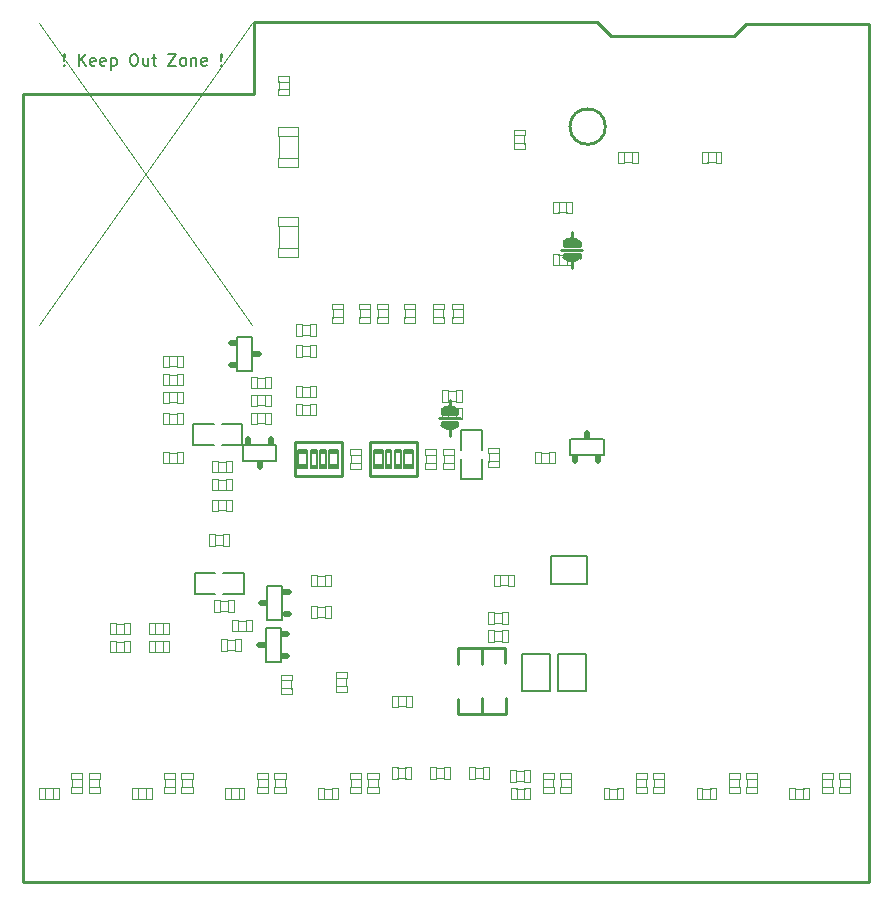
<source format=gbr>
%TF.GenerationSoftware,KiCad,Pcbnew,(6.0.8)*%
%TF.CreationDate,2023-03-02T15:21:57+03:00*%
%TF.ProjectId,ESP32-DEVKIT-L,45535033-322d-4444-9556-4b49542d4c2e,1*%
%TF.SameCoordinates,PX4260300PY8558f68*%
%TF.FileFunction,OtherDrawing,Comment*%
%FSLAX46Y46*%
G04 Gerber Fmt 4.6, Leading zero omitted, Abs format (unit mm)*
G04 Created by KiCad (PCBNEW (6.0.8)) date 2023-03-02 15:21:57*
%MOMM*%
%LPD*%
G01*
G04 APERTURE LIST*
%TA.AperFunction,Profile*%
%ADD10C,0.254000*%
%TD*%
%ADD11C,0.150000*%
%ADD12C,0.066040*%
%ADD13C,0.101600*%
%ADD14C,0.127000*%
%ADD15C,0.254000*%
%ADD16C,0.120000*%
%ADD17C,0.480000*%
G04 APERTURE END LIST*
D10*
X48650000Y72773492D02*
X49770000Y71659000D01*
X48650000Y72773492D02*
X19554000Y72769000D01*
X-4000Y66673000D02*
X0Y0D01*
X61200000Y72675000D02*
X71675000Y72675000D01*
X19554000Y66673000D02*
X19554000Y72769000D01*
X60184000Y71659000D02*
X61200000Y72675000D01*
X49770000Y71659000D02*
X60184000Y71659000D01*
X71675000Y72675000D02*
X71675000Y0D01*
X-4000Y66673000D02*
X19554000Y66673000D01*
X0Y0D02*
X71675000Y0D01*
D11*
X3507142Y69194858D02*
X3554761Y69147239D01*
X3507142Y69099620D01*
X3459523Y69147239D01*
X3507142Y69194858D01*
X3507142Y69099620D01*
X3507142Y69480572D02*
X3459523Y70052000D01*
X3507142Y70099620D01*
X3554761Y70052000D01*
X3507142Y69480572D01*
X3507142Y70099620D01*
X4745238Y69099620D02*
X4745238Y70099620D01*
X5316666Y69099620D02*
X4888095Y69671048D01*
X5316666Y70099620D02*
X4745238Y69528191D01*
X6126190Y69147239D02*
X6030952Y69099620D01*
X5840476Y69099620D01*
X5745238Y69147239D01*
X5697619Y69242477D01*
X5697619Y69623429D01*
X5745238Y69718667D01*
X5840476Y69766286D01*
X6030952Y69766286D01*
X6126190Y69718667D01*
X6173809Y69623429D01*
X6173809Y69528191D01*
X5697619Y69432953D01*
X6983333Y69147239D02*
X6888095Y69099620D01*
X6697619Y69099620D01*
X6602380Y69147239D01*
X6554761Y69242477D01*
X6554761Y69623429D01*
X6602380Y69718667D01*
X6697619Y69766286D01*
X6888095Y69766286D01*
X6983333Y69718667D01*
X7030952Y69623429D01*
X7030952Y69528191D01*
X6554761Y69432953D01*
X7459523Y69766286D02*
X7459523Y68766286D01*
X7459523Y69718667D02*
X7554761Y69766286D01*
X7745238Y69766286D01*
X7840476Y69718667D01*
X7888095Y69671048D01*
X7935714Y69575810D01*
X7935714Y69290096D01*
X7888095Y69194858D01*
X7840476Y69147239D01*
X7745238Y69099620D01*
X7554761Y69099620D01*
X7459523Y69147239D01*
X9316666Y70099620D02*
X9507142Y70099620D01*
X9602380Y70052000D01*
X9697619Y69956762D01*
X9745238Y69766286D01*
X9745238Y69432953D01*
X9697619Y69242477D01*
X9602380Y69147239D01*
X9507142Y69099620D01*
X9316666Y69099620D01*
X9221428Y69147239D01*
X9126190Y69242477D01*
X9078571Y69432953D01*
X9078571Y69766286D01*
X9126190Y69956762D01*
X9221428Y70052000D01*
X9316666Y70099620D01*
X10602380Y69766286D02*
X10602380Y69099620D01*
X10173809Y69766286D02*
X10173809Y69242477D01*
X10221428Y69147239D01*
X10316666Y69099620D01*
X10459523Y69099620D01*
X10554761Y69147239D01*
X10602380Y69194858D01*
X10935714Y69766286D02*
X11316666Y69766286D01*
X11078571Y70099620D02*
X11078571Y69242477D01*
X11126190Y69147239D01*
X11221428Y69099620D01*
X11316666Y69099620D01*
X12316666Y70099620D02*
X12983333Y70099620D01*
X12316666Y69099620D01*
X12983333Y69099620D01*
X13507142Y69099620D02*
X13411904Y69147239D01*
X13364285Y69194858D01*
X13316666Y69290096D01*
X13316666Y69575810D01*
X13364285Y69671048D01*
X13411904Y69718667D01*
X13507142Y69766286D01*
X13650000Y69766286D01*
X13745238Y69718667D01*
X13792857Y69671048D01*
X13840476Y69575810D01*
X13840476Y69290096D01*
X13792857Y69194858D01*
X13745238Y69147239D01*
X13650000Y69099620D01*
X13507142Y69099620D01*
X14269047Y69766286D02*
X14269047Y69099620D01*
X14269047Y69671048D02*
X14316666Y69718667D01*
X14411904Y69766286D01*
X14554761Y69766286D01*
X14650000Y69718667D01*
X14697619Y69623429D01*
X14697619Y69099620D01*
X15554761Y69147239D02*
X15459523Y69099620D01*
X15269047Y69099620D01*
X15173809Y69147239D01*
X15126190Y69242477D01*
X15126190Y69623429D01*
X15173809Y69718667D01*
X15269047Y69766286D01*
X15459523Y69766286D01*
X15554761Y69718667D01*
X15602380Y69623429D01*
X15602380Y69528191D01*
X15126190Y69432953D01*
X16792857Y69194858D02*
X16840476Y69147239D01*
X16792857Y69099620D01*
X16745238Y69147239D01*
X16792857Y69194858D01*
X16792857Y69099620D01*
X16792857Y69480572D02*
X16745238Y70052000D01*
X16792857Y70099620D01*
X16840476Y70052000D01*
X16792857Y69480572D01*
X16792857Y70099620D01*
D12*
X36533900Y35474180D02*
X35583940Y35474180D01*
X35583940Y36142200D02*
X35583940Y36640040D01*
X35583940Y34973800D02*
X35583940Y35474180D01*
X36533900Y36142200D02*
X35583940Y36142200D01*
D13*
X35632200Y35456400D02*
X35632200Y36167600D01*
X36480560Y35456400D02*
X36480560Y36167600D01*
D12*
X36533900Y36142200D02*
X36533900Y36640040D01*
X36533900Y36640040D02*
X35583940Y36640040D01*
X36533900Y34973800D02*
X35583940Y34973800D01*
X36533900Y34973800D02*
X36533900Y35474180D01*
X35009900Y35474180D02*
X34059940Y35474180D01*
D13*
X34108200Y35456400D02*
X34108200Y36167600D01*
D12*
X35009900Y36640040D02*
X34059940Y36640040D01*
X35009900Y36142200D02*
X35009900Y36640040D01*
X35009900Y34973800D02*
X34059940Y34973800D01*
X35009900Y34973800D02*
X35009900Y35474180D01*
X34059940Y34973800D02*
X34059940Y35474180D01*
X35009900Y36142200D02*
X34059940Y36142200D01*
X34059940Y36142200D02*
X34059940Y36640040D01*
D13*
X34956560Y35456400D02*
X34956560Y36167600D01*
D12*
X36356100Y48969200D02*
X36356100Y48468820D01*
X36356100Y48969200D02*
X37306060Y48969200D01*
X36356100Y47800800D02*
X37306060Y47800800D01*
D13*
X36409440Y48486600D02*
X36409440Y47775400D01*
X37257800Y48486600D02*
X37257800Y47775400D01*
D12*
X36356100Y47800800D02*
X36356100Y47302960D01*
X37306060Y48969200D02*
X37306060Y48468820D01*
X36356100Y48468820D02*
X37306060Y48468820D01*
X37306060Y47800800D02*
X37306060Y47302960D01*
X36356100Y47302960D02*
X37306060Y47302960D01*
X39404100Y35608800D02*
X39404100Y35110960D01*
X40354060Y35608800D02*
X40354060Y35110960D01*
D13*
X39457440Y36294600D02*
X39457440Y35583400D01*
D12*
X39404100Y36276820D02*
X40354060Y36276820D01*
X40354060Y36777200D02*
X40354060Y36276820D01*
X39404100Y35608800D02*
X40354060Y35608800D01*
X39404100Y36777200D02*
X40354060Y36777200D01*
X39404100Y36777200D02*
X39404100Y36276820D01*
X39404100Y35110960D02*
X40354060Y35110960D01*
D13*
X40305800Y36294600D02*
X40305800Y35583400D01*
D12*
X27720100Y35481800D02*
X28670060Y35481800D01*
X27720100Y36650200D02*
X28670060Y36650200D01*
X27720100Y36650200D02*
X27720100Y36149820D01*
D13*
X28621800Y36167600D02*
X28621800Y35456400D01*
D12*
X28670060Y35481800D02*
X28670060Y34983960D01*
X27720100Y36149820D02*
X28670060Y36149820D01*
X28670060Y36650200D02*
X28670060Y36149820D01*
X27720100Y34983960D02*
X28670060Y34983960D01*
D13*
X27773440Y36167600D02*
X27773440Y35456400D01*
D12*
X27720100Y35481800D02*
X27720100Y34983960D01*
X34705100Y47800800D02*
X34705100Y47302960D01*
X34705100Y47302960D02*
X35655060Y47302960D01*
X34705100Y48969200D02*
X34705100Y48468820D01*
X35655060Y48969200D02*
X35655060Y48468820D01*
D13*
X35606800Y48486600D02*
X35606800Y47775400D01*
X34758440Y48486600D02*
X34758440Y47775400D01*
D12*
X35655060Y47800800D02*
X35655060Y47302960D01*
X34705100Y48969200D02*
X35655060Y48969200D01*
X34705100Y47800800D02*
X35655060Y47800800D01*
X34705100Y48468820D02*
X35655060Y48468820D01*
D13*
X24354600Y45372560D02*
X23643400Y45372560D01*
D12*
X24336820Y45425900D02*
X24336820Y44475940D01*
X24837200Y45425900D02*
X24837200Y44475940D01*
X24837200Y45425900D02*
X24336820Y45425900D01*
X23668800Y45425900D02*
X23668800Y44475940D01*
D13*
X24354600Y44524200D02*
X23643400Y44524200D01*
D12*
X23170960Y45425900D02*
X23170960Y44475940D01*
X23668800Y45425900D02*
X23170960Y45425900D01*
X23668800Y44475940D02*
X23170960Y44475940D01*
X24837200Y44475940D02*
X24336820Y44475940D01*
X23668800Y39522940D02*
X23170960Y39522940D01*
X24837200Y39522940D02*
X24336820Y39522940D01*
X23668800Y40472900D02*
X23668800Y39522940D01*
X24837200Y40472900D02*
X24336820Y40472900D01*
X24837200Y40472900D02*
X24837200Y39522940D01*
D13*
X24354600Y39571200D02*
X23643400Y39571200D01*
D12*
X23668800Y40472900D02*
X23170960Y40472900D01*
X23170960Y40472900D02*
X23170960Y39522940D01*
X24336820Y40472900D02*
X24336820Y39522940D01*
D13*
X24354600Y40419560D02*
X23643400Y40419560D01*
X24354600Y41095200D02*
X23643400Y41095200D01*
D12*
X23668800Y41046940D02*
X23170960Y41046940D01*
X24837200Y41996900D02*
X24336820Y41996900D01*
X23668800Y41996900D02*
X23668800Y41046940D01*
D13*
X24354600Y41943560D02*
X23643400Y41943560D01*
D12*
X24837200Y41046940D02*
X24336820Y41046940D01*
X23668800Y41996900D02*
X23170960Y41996900D01*
X23170960Y41996900D02*
X23170960Y41046940D01*
X24837200Y41996900D02*
X24837200Y41046940D01*
X24336820Y41996900D02*
X24336820Y41046940D01*
D13*
X36673600Y40714200D02*
X35962400Y40714200D01*
D12*
X37156200Y41615900D02*
X37156200Y40665940D01*
X35489960Y41615900D02*
X35489960Y40665940D01*
X37156200Y41615900D02*
X36655820Y41615900D01*
X37156200Y40665940D02*
X36655820Y40665940D01*
D13*
X36673600Y41562560D02*
X35962400Y41562560D01*
D12*
X35987800Y41615900D02*
X35489960Y41615900D01*
X35987800Y40665940D02*
X35489960Y40665940D01*
X36655820Y41615900D02*
X36655820Y40665940D01*
X35987800Y41615900D02*
X35987800Y40665940D01*
D14*
X37080000Y38275800D02*
X37080000Y36548600D01*
X38858000Y34110200D02*
X38858000Y35837400D01*
X37080000Y38275800D02*
X38858000Y38275800D01*
X38858000Y36548600D02*
X38858000Y38275800D01*
X37080000Y34110200D02*
X38858000Y34110200D01*
X37080000Y35837400D02*
X37080000Y34110200D01*
X16988600Y24382000D02*
X18715800Y24382000D01*
X14550200Y24382000D02*
X14550200Y26160000D01*
X18715800Y26160000D02*
X16988600Y26160000D01*
X18715800Y24382000D02*
X18715800Y26160000D01*
X14550200Y24382000D02*
X16277400Y24382000D01*
X16277400Y26160000D02*
X14550200Y26160000D01*
D13*
X12340400Y44498800D02*
X13051600Y44498800D01*
D12*
X12358180Y43597100D02*
X12358180Y44547060D01*
X13026200Y43597100D02*
X13524040Y43597100D01*
X13026200Y44547060D02*
X13524040Y44547060D01*
X13524040Y43597100D02*
X13524040Y44547060D01*
X13026200Y43597100D02*
X13026200Y44547060D01*
X11857800Y43597100D02*
X12358180Y43597100D01*
D13*
X12340400Y43650440D02*
X13051600Y43650440D01*
D12*
X11857800Y44547060D02*
X12358180Y44547060D01*
X11857800Y43597100D02*
X11857800Y44547060D01*
D13*
X21662200Y67079400D02*
X21662200Y67790600D01*
X22510560Y67079400D02*
X22510560Y67790600D01*
D12*
X21613940Y66596800D02*
X21613940Y67097180D01*
X22563900Y68263040D02*
X21613940Y68263040D01*
X21613940Y67765200D02*
X21613940Y68263040D01*
X22563900Y67097180D02*
X21613940Y67097180D01*
X22563900Y66596800D02*
X21613940Y66596800D01*
X22563900Y66596800D02*
X22563900Y67097180D01*
X22563900Y67765200D02*
X22563900Y68263040D01*
X22563900Y67765200D02*
X21613940Y67765200D01*
X41563100Y63701200D02*
X42513060Y63701200D01*
X41563100Y63701200D02*
X41563100Y63200820D01*
X41563100Y62532800D02*
X42513060Y62532800D01*
X41563100Y62532800D02*
X41563100Y62034960D01*
X41563100Y62034960D02*
X42513060Y62034960D01*
D13*
X42464800Y63218600D02*
X42464800Y62507400D01*
D12*
X42513060Y63701200D02*
X42513060Y63200820D01*
D13*
X41616440Y63218600D02*
X41616440Y62507400D01*
D12*
X41563100Y63200820D02*
X42513060Y63200820D01*
X42513060Y62532800D02*
X42513060Y62034960D01*
X28482100Y47302960D02*
X29432060Y47302960D01*
X28482100Y47800800D02*
X28482100Y47302960D01*
X29432060Y47800800D02*
X29432060Y47302960D01*
X28482100Y47800800D02*
X29432060Y47800800D01*
D13*
X28535440Y48486600D02*
X28535440Y47775400D01*
D12*
X28482100Y48468820D02*
X29432060Y48468820D01*
X28482100Y48969200D02*
X29432060Y48969200D01*
D13*
X29383800Y48486600D02*
X29383800Y47775400D01*
D12*
X29432060Y48969200D02*
X29432060Y48468820D01*
X28482100Y48969200D02*
X28482100Y48468820D01*
X27146060Y47800800D02*
X27146060Y47302960D01*
X26196100Y48468820D02*
X27146060Y48468820D01*
D13*
X26249440Y48486600D02*
X26249440Y47775400D01*
D12*
X26196100Y48969200D02*
X27146060Y48969200D01*
X26196100Y47800800D02*
X26196100Y47302960D01*
X26196100Y47302960D02*
X27146060Y47302960D01*
D13*
X27097800Y48486600D02*
X27097800Y47775400D01*
D12*
X26196100Y47800800D02*
X27146060Y47800800D01*
X26196100Y48969200D02*
X26196100Y48468820D01*
X27146060Y48969200D02*
X27146060Y48468820D01*
X32292100Y48969200D02*
X32292100Y48468820D01*
X33242060Y47800800D02*
X33242060Y47302960D01*
D13*
X33193800Y48486600D02*
X33193800Y47775400D01*
D12*
X32292100Y47800800D02*
X32292100Y47302960D01*
X33242060Y48969200D02*
X33242060Y48468820D01*
D13*
X32345440Y48486600D02*
X32345440Y47775400D01*
D12*
X32292100Y47800800D02*
X33242060Y47800800D01*
X32292100Y48969200D02*
X33242060Y48969200D01*
X32292100Y48468820D02*
X33242060Y48468820D01*
X32292100Y47302960D02*
X33242060Y47302960D01*
X30006100Y47800800D02*
X30956060Y47800800D01*
D13*
X30907800Y48486600D02*
X30907800Y47775400D01*
X30059440Y48486600D02*
X30059440Y47775400D01*
D12*
X30006100Y47302960D02*
X30956060Y47302960D01*
X30006100Y48969200D02*
X30956060Y48969200D01*
X30006100Y47800800D02*
X30006100Y47302960D01*
X30006100Y48969200D02*
X30006100Y48468820D01*
X30956060Y47800800D02*
X30956060Y47302960D01*
X30956060Y48969200D02*
X30956060Y48468820D01*
X30006100Y48468820D02*
X30956060Y48468820D01*
X31288800Y14831600D02*
X31789180Y14831600D01*
D13*
X31771400Y15733300D02*
X32482600Y15733300D01*
X31771400Y14884940D02*
X32482600Y14884940D01*
D12*
X31789180Y14831600D02*
X31789180Y15781560D01*
X32457200Y14831600D02*
X32457200Y15781560D01*
X32955040Y14831600D02*
X32955040Y15781560D01*
X31288800Y15781560D02*
X31789180Y15781560D01*
X32457200Y15781560D02*
X32955040Y15781560D01*
X31288800Y14831600D02*
X31288800Y15781560D01*
X32457200Y14831600D02*
X32955040Y14831600D01*
D13*
X35962400Y40056800D02*
X36673600Y40056800D01*
D12*
X36648200Y40105060D02*
X37146040Y40105060D01*
X35980180Y39155100D02*
X35980180Y40105060D01*
X35479800Y39155100D02*
X35980180Y39155100D01*
D13*
X35962400Y39208440D02*
X36673600Y39208440D01*
D12*
X35479800Y39155100D02*
X35479800Y40105060D01*
X37146040Y39155100D02*
X37146040Y40105060D01*
X35479800Y40105060D02*
X35980180Y40105060D01*
X36648200Y39155100D02*
X37146040Y39155100D01*
X36648200Y39155100D02*
X36648200Y40105060D01*
X23668800Y46253940D02*
X23170960Y46253940D01*
X23668800Y47203900D02*
X23170960Y47203900D01*
X24837200Y47203900D02*
X24837200Y46253940D01*
X23170960Y47203900D02*
X23170960Y46253940D01*
D13*
X24354600Y46302200D02*
X23643400Y46302200D01*
D12*
X24837200Y47203900D02*
X24336820Y47203900D01*
D13*
X24354600Y47150560D02*
X23643400Y47150560D01*
D12*
X24837200Y46253940D02*
X24336820Y46253940D01*
X23668800Y47203900D02*
X23668800Y46253940D01*
X24336820Y47203900D02*
X24336820Y46253940D01*
X40585200Y21306060D02*
X41083040Y21306060D01*
D13*
X39899400Y21257800D02*
X40610600Y21257800D01*
D12*
X41083040Y20356100D02*
X41083040Y21306060D01*
X40585200Y20356100D02*
X41083040Y20356100D01*
X39416800Y20356100D02*
X39917180Y20356100D01*
X39416800Y21306060D02*
X39917180Y21306060D01*
D13*
X39899400Y20409440D02*
X40610600Y20409440D01*
D12*
X39917180Y20356100D02*
X39917180Y21306060D01*
X40585200Y20356100D02*
X40585200Y21306060D01*
X39416800Y20356100D02*
X39416800Y21306060D01*
X26107200Y23327900D02*
X26107200Y22377940D01*
X24440960Y23327900D02*
X24440960Y22377940D01*
X24938800Y23327900D02*
X24440960Y23327900D01*
X24938800Y23327900D02*
X24938800Y22377940D01*
D13*
X25624600Y23274560D02*
X24913400Y23274560D01*
D12*
X26107200Y22377940D02*
X25606820Y22377940D01*
D13*
X25624600Y22426200D02*
X24913400Y22426200D01*
D12*
X25606820Y23327900D02*
X25606820Y22377940D01*
X24938800Y22377940D02*
X24440960Y22377940D01*
X26107200Y23327900D02*
X25606820Y23327900D01*
D11*
X23399560Y35156680D02*
X24006620Y35159220D01*
D15*
X23008400Y37285200D02*
X23008400Y34338800D01*
D11*
X25637300Y36594320D02*
X25637300Y35044920D01*
X24075200Y36434300D02*
X23376700Y36434300D01*
X25200420Y36457160D02*
X25566180Y36457160D01*
X23371620Y36330160D02*
X23986300Y36325080D01*
D15*
X23008400Y34338800D02*
X26958100Y34338800D01*
D11*
X26008140Y36452080D02*
X26589800Y36452080D01*
X26678700Y35055080D02*
X25916700Y35050000D01*
X25637300Y35044920D02*
X25169940Y35044920D01*
X24413020Y36444460D02*
X24801640Y36441920D01*
X25169940Y36591780D02*
X25639840Y36591780D01*
X25967500Y35278600D02*
X26622820Y35278600D01*
X26653300Y35164300D02*
X26023380Y35156680D01*
X24893080Y36589240D02*
X24890540Y35029680D01*
X23330980Y36574000D02*
X23330980Y35022060D01*
X25921780Y36589240D02*
X26683780Y36589240D01*
X24890540Y35029680D02*
X24392700Y35029680D01*
X25190260Y35151600D02*
X25568720Y35149060D01*
X24085360Y36574000D02*
X24085360Y35022060D01*
X23336060Y36568920D02*
X24082820Y36568920D01*
D15*
X27021600Y37285200D02*
X27021600Y34351500D01*
X23008400Y37285200D02*
X27021600Y37285200D01*
D11*
X26671080Y36589240D02*
X26678700Y35070320D01*
X24392700Y35029680D02*
X24392700Y36589240D01*
X25972580Y36309840D02*
X26615200Y36309840D01*
X24433340Y36330160D02*
X24829580Y36330160D01*
X24387620Y36584160D02*
X24893080Y36584160D01*
X25169940Y35044920D02*
X25169940Y36589240D01*
X24085360Y35022060D02*
X23376700Y35022060D01*
X25180100Y35260820D02*
X25599200Y35260820D01*
X25916700Y35050000D02*
X25911620Y36579080D01*
X24425720Y35250660D02*
X24834660Y35250660D01*
X24034560Y35304000D02*
X23397020Y35304000D01*
X24433340Y35166840D02*
X24776240Y35166840D01*
X25177560Y36314920D02*
X25609360Y36314920D01*
X31179580Y35166840D02*
X30813820Y35166840D01*
X31946660Y36457160D02*
X31603760Y36457160D01*
X31489460Y36594320D02*
X31987300Y36594320D01*
X31189740Y36472400D02*
X30811280Y36474940D01*
X30371860Y35171920D02*
X29790200Y35171920D01*
D15*
X33371600Y34338800D02*
X29358400Y34338800D01*
D11*
X32345440Y36320000D02*
X32982980Y36320000D01*
X30742700Y36579080D02*
X31210060Y36579080D01*
X29701300Y36568920D02*
X30463300Y36574000D01*
X31210060Y35032220D02*
X30740160Y35032220D01*
X33043940Y35055080D02*
X32297180Y35055080D01*
X31992380Y35039840D02*
X31486920Y35039840D01*
X31946660Y35293840D02*
X31550420Y35293840D01*
D15*
X33371600Y37285200D02*
X29421900Y37285200D01*
D11*
X31966980Y35179540D02*
X31578360Y35182080D01*
X31954280Y36373340D02*
X31545340Y36373340D01*
X31210060Y36579080D02*
X31210060Y35034760D01*
X31199900Y36363180D02*
X30780800Y36363180D01*
X30463300Y36574000D02*
X30468380Y35044920D01*
X29708920Y35034760D02*
X29701300Y36553680D01*
D15*
X29358400Y34338800D02*
X29358400Y37272500D01*
D11*
X29726700Y36459700D02*
X30356620Y36467320D01*
X32304800Y35189700D02*
X33003300Y35189700D01*
X31987300Y36594320D02*
X31987300Y35034760D01*
X31486920Y35034760D02*
X31489460Y36594320D01*
X31202440Y35309080D02*
X30770640Y35309080D01*
X32294640Y35050000D02*
X32294640Y36601940D01*
X33008380Y35293840D02*
X32393700Y35298920D01*
D15*
X33371600Y34338800D02*
X33371600Y37285200D01*
D11*
X33049020Y35050000D02*
X33049020Y36601940D01*
X30458220Y35034760D02*
X29696220Y35034760D01*
X30407420Y35314160D02*
X29764800Y35314160D01*
X30412500Y36345400D02*
X29757180Y36345400D01*
X30742700Y35029680D02*
X30742700Y36579080D01*
X32294640Y36601940D02*
X33003300Y36601940D01*
X32980440Y36467320D02*
X32373380Y36464780D01*
D16*
X1410000Y72692000D02*
X19410000Y47192000D01*
X19410000Y72692000D02*
X1410000Y47192000D01*
D13*
X16988600Y28522200D02*
X16277400Y28522200D01*
D12*
X16970820Y29423900D02*
X16970820Y28473940D01*
X16302800Y29423900D02*
X15804960Y29423900D01*
X17471200Y29423900D02*
X16970820Y29423900D01*
X17471200Y29423900D02*
X17471200Y28473940D01*
X15804960Y29423900D02*
X15804960Y28473940D01*
X16302800Y29423900D02*
X16302800Y28473940D01*
X16302800Y28473940D02*
X15804960Y28473940D01*
X17471200Y28473940D02*
X16970820Y28473940D01*
D13*
X16988600Y29370560D02*
X16277400Y29370560D01*
D12*
X21626640Y53658040D02*
X21626640Y52906200D01*
D13*
X23259860Y55570660D02*
X23259860Y53645340D01*
D12*
X21626640Y53658040D02*
X23325900Y53658040D01*
X23325900Y53658040D02*
X23325900Y52906200D01*
D13*
X21690140Y55570660D02*
X21690140Y53645340D01*
D12*
X21624100Y55557960D02*
X23323360Y55557960D01*
X21624100Y56309800D02*
X23323360Y56309800D01*
X21624100Y56309800D02*
X21624100Y55557960D01*
X23323360Y56309800D02*
X23323360Y55557960D01*
X21626640Y52906200D02*
X23325900Y52906200D01*
X23323360Y63177960D02*
X21624100Y63177960D01*
X23325900Y60526200D02*
X23325900Y61278040D01*
D13*
X23259860Y61265340D02*
X23259860Y63190660D01*
D12*
X23323360Y63929800D02*
X21624100Y63929800D01*
X23325900Y60526200D02*
X21626640Y60526200D01*
D13*
X21690140Y61265340D02*
X21690140Y63190660D01*
D12*
X23325900Y61278040D02*
X21626640Y61278040D01*
X23323360Y63177960D02*
X23323360Y63929800D01*
X21624100Y63177960D02*
X21624100Y63929800D01*
X21626640Y60526200D02*
X21626640Y61278040D01*
X46537700Y52196940D02*
X46037320Y52196940D01*
X44871460Y53146900D02*
X44871460Y52196940D01*
X46537700Y53146900D02*
X46037320Y53146900D01*
X46037320Y53146900D02*
X46037320Y52196940D01*
X45369300Y53146900D02*
X44871460Y53146900D01*
D13*
X46055100Y52245200D02*
X45343900Y52245200D01*
D12*
X45369300Y52196940D02*
X44871460Y52196940D01*
X45369300Y53146900D02*
X45369300Y52196940D01*
D13*
X46055100Y53093560D02*
X45343900Y53093560D01*
D12*
X46537700Y53146900D02*
X46537700Y52196940D01*
X25606820Y25994900D02*
X25606820Y25044940D01*
D13*
X25624600Y25093200D02*
X24913400Y25093200D01*
X25624600Y25941560D02*
X24913400Y25941560D01*
D12*
X26107200Y25044940D02*
X25606820Y25044940D01*
X26107200Y25994900D02*
X25606820Y25994900D01*
X26107200Y25994900D02*
X26107200Y25044940D01*
X24938800Y25994900D02*
X24440960Y25994900D01*
X24938800Y25044940D02*
X24440960Y25044940D01*
X24938800Y25994900D02*
X24938800Y25044940D01*
X24440960Y25994900D02*
X24440960Y25044940D01*
X41093200Y25055100D02*
X41093200Y26005060D01*
X41093200Y26005060D02*
X41591040Y26005060D01*
X39924800Y26005060D02*
X40425180Y26005060D01*
D13*
X40407400Y25108440D02*
X41118600Y25108440D01*
D12*
X40425180Y25055100D02*
X40425180Y26005060D01*
X41591040Y25055100D02*
X41591040Y26005060D01*
X39924800Y25055100D02*
X39924800Y26005060D01*
X39924800Y25055100D02*
X40425180Y25055100D01*
X41093200Y25055100D02*
X41591040Y25055100D01*
D13*
X40407400Y25956800D02*
X41118600Y25956800D01*
D12*
X26480100Y17788200D02*
X27430060Y17788200D01*
X26480100Y17788200D02*
X26480100Y17287820D01*
X27430060Y16619800D02*
X27430060Y16121960D01*
X27430060Y17788200D02*
X27430060Y17287820D01*
X26480100Y17287820D02*
X27430060Y17287820D01*
D13*
X26533440Y17305600D02*
X26533440Y16594400D01*
D12*
X26480100Y16619800D02*
X26480100Y16121960D01*
X26480100Y16121960D02*
X27430060Y16121960D01*
D13*
X27381800Y17305600D02*
X27381800Y16594400D01*
D12*
X26480100Y16619800D02*
X27430060Y16619800D01*
X39917180Y21880100D02*
X39917180Y22830060D01*
X40585200Y21880100D02*
X41083040Y21880100D01*
X39416800Y21880100D02*
X39416800Y22830060D01*
X40585200Y22830060D02*
X41083040Y22830060D01*
X39416800Y21880100D02*
X39917180Y21880100D01*
D13*
X39899400Y21933440D02*
X40610600Y21933440D01*
X39899400Y22781800D02*
X40610600Y22781800D01*
D12*
X41083040Y21880100D02*
X41083040Y22830060D01*
X40585200Y21880100D02*
X40585200Y22830060D01*
X39416800Y22830060D02*
X39917180Y22830060D01*
D17*
X46790420Y35629120D02*
X46790420Y35999960D01*
D11*
X49157700Y36175220D02*
X46338300Y36175220D01*
D17*
X47745460Y37638260D02*
X47745460Y38009100D01*
D11*
X47742920Y37478240D02*
X49165320Y37478240D01*
X49172940Y37483320D02*
X49172940Y36185380D01*
X47740380Y37478240D02*
X46391640Y37480780D01*
D17*
X48703040Y35636740D02*
X48703040Y36007580D01*
D11*
X46333220Y36175220D02*
X46333220Y37478240D01*
X21984780Y22205220D02*
X20681760Y22205220D01*
D17*
X20521740Y23617460D02*
X20150900Y23617460D01*
D11*
X20681760Y23612380D02*
X20679220Y22263640D01*
X20676680Y25044940D02*
X21974620Y25044940D01*
D17*
X22530880Y22662420D02*
X22160040Y22662420D01*
D11*
X20681760Y23614920D02*
X20681760Y25037320D01*
X21984780Y25029700D02*
X21984780Y22210300D01*
D17*
X22523260Y24575040D02*
X22152420Y24575040D01*
D13*
X44547600Y36355560D02*
X43836400Y36355560D01*
D12*
X43861800Y36408900D02*
X43363960Y36408900D01*
X45030200Y36408900D02*
X44529820Y36408900D01*
X44529820Y36408900D02*
X44529820Y35458940D01*
X43861800Y35458940D02*
X43363960Y35458940D01*
X43363960Y36408900D02*
X43363960Y35458940D01*
X45030200Y35458940D02*
X44529820Y35458940D01*
X43861800Y36408900D02*
X43861800Y35458940D01*
X45030200Y36408900D02*
X45030200Y35458940D01*
D13*
X44547600Y35507200D02*
X43836400Y35507200D01*
X21878200Y16376040D02*
X21878200Y17087240D01*
D12*
X21829940Y17061840D02*
X21829940Y17559680D01*
X22779900Y17061840D02*
X22779900Y17559680D01*
X22779900Y15893440D02*
X21829940Y15893440D01*
D13*
X22726560Y16376040D02*
X22726560Y17087240D01*
D12*
X22779900Y17061840D02*
X21829940Y17061840D01*
X22779900Y15893440D02*
X22779900Y16393820D01*
X21829940Y15893440D02*
X21829940Y16393820D01*
X22779900Y17559680D02*
X21829940Y17559680D01*
X22779900Y16393820D02*
X21829940Y16393820D01*
X13534200Y43012900D02*
X13033820Y43012900D01*
X12365800Y43012900D02*
X12365800Y42062940D01*
X13033820Y43012900D02*
X13033820Y42062940D01*
X11867960Y43012900D02*
X11867960Y42062940D01*
D13*
X13051600Y42111200D02*
X12340400Y42111200D01*
D12*
X13534200Y43012900D02*
X13534200Y42062940D01*
X12365800Y43012900D02*
X11867960Y43012900D01*
X13534200Y42062940D02*
X13033820Y42062940D01*
D13*
X13051600Y42959560D02*
X12340400Y42959560D01*
D12*
X12365800Y42062940D02*
X11867960Y42062940D01*
X11857800Y40549100D02*
X12358180Y40549100D01*
X12358180Y40549100D02*
X12358180Y41499060D01*
X11857800Y41499060D02*
X12358180Y41499060D01*
X11857800Y40549100D02*
X11857800Y41499060D01*
X13524040Y40549100D02*
X13524040Y41499060D01*
D13*
X12340400Y41450800D02*
X13051600Y41450800D01*
D12*
X13026200Y40549100D02*
X13026200Y41499060D01*
D13*
X12340400Y40602440D02*
X13051600Y40602440D01*
D12*
X13026200Y40549100D02*
X13524040Y40549100D01*
X13026200Y41499060D02*
X13524040Y41499060D01*
D13*
X45343900Y57553800D02*
X46055100Y57553800D01*
X45343900Y56705440D02*
X46055100Y56705440D01*
D12*
X45361680Y56652100D02*
X45361680Y57602060D01*
X46029700Y56652100D02*
X46029700Y57602060D01*
X44861300Y56652100D02*
X44861300Y57602060D01*
X46029700Y56652100D02*
X46527540Y56652100D01*
X44861300Y57602060D02*
X45361680Y57602060D01*
X46527540Y56652100D02*
X46527540Y57602060D01*
X46029700Y57602060D02*
X46527540Y57602060D01*
X44861300Y56652100D02*
X45361680Y56652100D01*
D13*
X11855600Y19508200D02*
X11144400Y19508200D01*
X11855600Y20356560D02*
X11144400Y20356560D01*
D12*
X12338200Y19459940D02*
X11837820Y19459940D01*
X11169800Y20409900D02*
X10671960Y20409900D01*
X11837820Y20409900D02*
X11837820Y19459940D01*
X11169800Y20409900D02*
X11169800Y19459940D01*
X11169800Y19459940D02*
X10671960Y19459940D01*
X12338200Y20409900D02*
X11837820Y20409900D01*
X12338200Y20409900D02*
X12338200Y19459940D01*
X10671960Y20409900D02*
X10671960Y19459940D01*
X17725200Y35646900D02*
X17224820Y35646900D01*
D13*
X17242600Y35593560D02*
X16531400Y35593560D01*
D12*
X16058960Y35646900D02*
X16058960Y34696940D01*
D13*
X17242600Y34745200D02*
X16531400Y34745200D01*
D12*
X17224820Y35646900D02*
X17224820Y34696940D01*
X17725200Y35646900D02*
X17725200Y34696940D01*
X16556800Y34696940D02*
X16058960Y34696940D01*
X16556800Y35646900D02*
X16556800Y34696940D01*
X17725200Y34696940D02*
X17224820Y34696940D01*
X16556800Y35646900D02*
X16058960Y35646900D01*
D11*
X21476780Y36972780D02*
X21476780Y35669760D01*
X20069620Y35669760D02*
X21418360Y35667220D01*
X20067080Y35669760D02*
X18644680Y35669760D01*
D17*
X21019580Y37518880D02*
X21019580Y37148040D01*
D11*
X18652300Y36972780D02*
X21471700Y36972780D01*
X18637060Y35664680D02*
X18637060Y36962620D01*
D17*
X20064540Y35509740D02*
X20064540Y35138900D01*
X19106960Y37511260D02*
X19106960Y37140420D01*
D12*
X20526820Y42758900D02*
X20526820Y41808940D01*
D13*
X20544600Y41857200D02*
X19833400Y41857200D01*
D12*
X21027200Y41808940D02*
X20526820Y41808940D01*
X19858800Y42758900D02*
X19858800Y41808940D01*
X19858800Y42758900D02*
X19360960Y42758900D01*
X19360960Y42758900D02*
X19360960Y41808940D01*
X19858800Y41808940D02*
X19360960Y41808940D01*
D13*
X20544600Y42705560D02*
X19833400Y42705560D01*
D12*
X21027200Y42758900D02*
X21027200Y41808940D01*
X21027200Y42758900D02*
X20526820Y42758900D01*
D14*
X14423200Y36955000D02*
X16150400Y36955000D01*
X18588800Y38733000D02*
X18588800Y36955000D01*
X18588800Y38733000D02*
X16861600Y38733000D01*
X16150400Y38733000D02*
X14423200Y38733000D01*
X14423200Y38733000D02*
X14423200Y36955000D01*
X16861600Y36955000D02*
X18588800Y36955000D01*
D12*
X20519199Y39721060D02*
X21017039Y39721060D01*
X19851179Y38771100D02*
X19851179Y39721060D01*
X20519199Y38771100D02*
X20519199Y39721060D01*
X19350799Y39721060D02*
X19851179Y39721060D01*
X19350799Y38771100D02*
X19350799Y39721060D01*
D13*
X19833399Y38824440D02*
X20544599Y38824440D01*
D12*
X21017039Y38771100D02*
X21017039Y39721060D01*
X20519199Y38771100D02*
X21017039Y38771100D01*
D13*
X19833399Y39672800D02*
X20544599Y39672800D01*
D12*
X19350799Y38771100D02*
X19851179Y38771100D01*
D17*
X17593120Y45659580D02*
X17963960Y45659580D01*
D11*
X18139220Y46116780D02*
X19442240Y46116780D01*
D17*
X19602260Y44704540D02*
X19973100Y44704540D01*
D11*
X19447320Y43277060D02*
X18149380Y43277060D01*
D17*
X17600740Y43746960D02*
X17971580Y43746960D01*
D11*
X19442240Y44709620D02*
X19444780Y46058360D01*
X19442240Y44707080D02*
X19442240Y43284680D01*
X18139220Y43292300D02*
X18139220Y46111700D01*
D12*
X19350799Y40295100D02*
X19350799Y41245060D01*
X20519199Y40295100D02*
X21017039Y40295100D01*
X20519199Y41245060D02*
X21017039Y41245060D01*
X19350799Y40295100D02*
X19851179Y40295100D01*
X19350799Y41245060D02*
X19851179Y41245060D01*
D13*
X19833399Y41196800D02*
X20544599Y41196800D01*
D12*
X19851179Y40295100D02*
X19851179Y41245060D01*
D13*
X19833399Y40348440D02*
X20544599Y40348440D01*
D12*
X20519199Y40295100D02*
X20519199Y41245060D01*
X21017039Y40295100D02*
X21017039Y41245060D01*
X9089200Y21930900D02*
X8588820Y21930900D01*
D13*
X8606600Y21877560D02*
X7895400Y21877560D01*
D12*
X8588820Y21930900D02*
X8588820Y20980940D01*
X7920800Y20980940D02*
X7422960Y20980940D01*
X7422960Y21930900D02*
X7422960Y20980940D01*
X9089200Y20980940D02*
X8588820Y20980940D01*
X7920800Y21930900D02*
X7920800Y20980940D01*
X7920800Y21930900D02*
X7422960Y21930900D01*
D13*
X8606600Y21029200D02*
X7895400Y21029200D01*
D12*
X9089200Y21930900D02*
X9089200Y20980940D01*
X16556800Y33172940D02*
X16058960Y33172940D01*
D13*
X17242600Y34069560D02*
X16531400Y34069560D01*
D12*
X16058960Y34122900D02*
X16058960Y33172940D01*
X17224820Y34122900D02*
X17224820Y33172940D01*
X16556800Y34122900D02*
X16556800Y33172940D01*
X17725200Y34122900D02*
X17224820Y34122900D01*
D13*
X17242600Y33221200D02*
X16531400Y33221200D01*
D12*
X16556800Y34122900D02*
X16058960Y34122900D01*
X17725200Y33172940D02*
X17224820Y33172940D01*
X17725200Y34122900D02*
X17725200Y33172940D01*
D15*
X36838700Y19848100D02*
X36838700Y18476500D01*
X38858000Y14222000D02*
X38858000Y15517400D01*
X38858000Y19848100D02*
X38858000Y18476500D01*
X36851400Y14196600D02*
X38845300Y14196600D01*
X36851400Y14209300D02*
X36851400Y15504700D01*
X36838700Y19848100D02*
X38858000Y19848100D01*
X38858000Y14183900D02*
X38858000Y15555500D01*
X40864600Y19835400D02*
X38870700Y19835400D01*
X40877300Y14183900D02*
X38858000Y14183900D01*
X40864600Y19822700D02*
X40864600Y18527300D01*
X40877300Y14183900D02*
X40877300Y15555500D01*
X38858000Y19810000D02*
X38858000Y18514600D01*
X49325000Y63950000D02*
G75*
G03*
X49325000Y63950000I-1500000J0D01*
G01*
D13*
X16531400Y32306800D02*
X17242600Y32306800D01*
D12*
X17715040Y31405100D02*
X17715040Y32355060D01*
X16549180Y31405100D02*
X16549180Y32355060D01*
X17217200Y31405100D02*
X17715040Y31405100D01*
D13*
X16531400Y31458440D02*
X17242600Y31458440D01*
D12*
X16048800Y31405100D02*
X16048800Y32355060D01*
X16048800Y32355060D02*
X16549180Y32355060D01*
X16048800Y31405100D02*
X16549180Y31405100D01*
X17217200Y32355060D02*
X17715040Y32355060D01*
X17217200Y31405100D02*
X17217200Y32355060D01*
D13*
X11855600Y21032200D02*
X11144400Y21032200D01*
D12*
X11837820Y21933900D02*
X11837820Y20983940D01*
X12338200Y21933900D02*
X11837820Y21933900D01*
X11169800Y20983940D02*
X10671960Y20983940D01*
D13*
X11855600Y21880560D02*
X11144400Y21880560D01*
D12*
X11169800Y21933900D02*
X10671960Y21933900D01*
X10671960Y21933900D02*
X10671960Y20983940D01*
X12338200Y20983940D02*
X11837820Y20983940D01*
X12338200Y21933900D02*
X12338200Y20983940D01*
X11169800Y21933900D02*
X11169800Y20983940D01*
D13*
X8606600Y19505200D02*
X7895400Y19505200D01*
D12*
X9089200Y20406900D02*
X8588820Y20406900D01*
X9089200Y20406900D02*
X9089200Y19456940D01*
X7920800Y20406900D02*
X7920800Y19456940D01*
X7920800Y20406900D02*
X7422960Y20406900D01*
X9089200Y19456940D02*
X8588820Y19456940D01*
X8588820Y20406900D02*
X8588820Y19456940D01*
X7422960Y20406900D02*
X7422960Y19456940D01*
X7920800Y19456940D02*
X7422960Y19456940D01*
D13*
X8606600Y20353560D02*
X7895400Y20353560D01*
D12*
X19376200Y21234940D02*
X18875820Y21234940D01*
X18207800Y21234940D02*
X17709960Y21234940D01*
X18207800Y22184900D02*
X18207800Y21234940D01*
X17709960Y22184900D02*
X17709960Y21234940D01*
X18207800Y22184900D02*
X17709960Y22184900D01*
X19376200Y22184900D02*
X19376200Y21234940D01*
D13*
X18893600Y21283200D02*
X18182400Y21283200D01*
X18893600Y22131560D02*
X18182400Y22131560D01*
D12*
X18875820Y22184900D02*
X18875820Y21234940D01*
X19376200Y22184900D02*
X18875820Y22184900D01*
X16683800Y23835900D02*
X16185960Y23835900D01*
X16185960Y23835900D02*
X16185960Y22885940D01*
D13*
X17369600Y22934200D02*
X16658400Y22934200D01*
D12*
X17852200Y22885940D02*
X17351820Y22885940D01*
X17351820Y23835900D02*
X17351820Y22885940D01*
X17852200Y23835900D02*
X17351820Y23835900D01*
X16683800Y22885940D02*
X16185960Y22885940D01*
X16683800Y23835900D02*
X16683800Y22885940D01*
X17852200Y23835900D02*
X17852200Y22885940D01*
D13*
X17369600Y23782560D02*
X16658400Y23782560D01*
D11*
X20549680Y21488940D02*
X21847620Y21488940D01*
X20554760Y20058920D02*
X20554760Y21481320D01*
D17*
X22403880Y19106420D02*
X22033040Y19106420D01*
X22396260Y21019040D02*
X22025420Y21019040D01*
D11*
X21857780Y18649220D02*
X20554760Y18649220D01*
X20554760Y20056380D02*
X20552220Y18707640D01*
X21857780Y21473700D02*
X21857780Y18654300D01*
D17*
X20394740Y20061460D02*
X20023900Y20061460D01*
D12*
X17318800Y19583940D02*
X16820960Y19583940D01*
X18487200Y19583940D02*
X17986820Y19583940D01*
X18487200Y20533900D02*
X18487200Y19583940D01*
X17318800Y20533900D02*
X17318800Y19583940D01*
D13*
X18004600Y19632200D02*
X17293400Y19632200D01*
D12*
X16820960Y20533900D02*
X16820960Y19583940D01*
X18487200Y20533900D02*
X17986820Y20533900D01*
D13*
X18004600Y20480560D02*
X17293400Y20480560D01*
D12*
X17318800Y20533900D02*
X16820960Y20533900D01*
X17986820Y20533900D02*
X17986820Y19583940D01*
D13*
X13051600Y38809200D02*
X12340400Y38809200D01*
D12*
X12365800Y39710900D02*
X12365800Y38760940D01*
X13033820Y39710900D02*
X13033820Y38760940D01*
X13534200Y39710900D02*
X13033820Y39710900D01*
X12365800Y38760940D02*
X11867960Y38760940D01*
X13534200Y39710900D02*
X13534200Y38760940D01*
D13*
X13051600Y39657560D02*
X12340400Y39657560D01*
D12*
X11867960Y39710900D02*
X11867960Y38760940D01*
X13534200Y38760940D02*
X13033820Y38760940D01*
X12365800Y39710900D02*
X11867960Y39710900D01*
X11867960Y36408900D02*
X11867960Y35458940D01*
D13*
X13051600Y36355560D02*
X12340400Y36355560D01*
D12*
X12365800Y36408900D02*
X12365800Y35458940D01*
X13033820Y36408900D02*
X13033820Y35458940D01*
D13*
X13051600Y35507200D02*
X12340400Y35507200D01*
D12*
X13534200Y35458940D02*
X13033820Y35458940D01*
X13534200Y36408900D02*
X13033820Y36408900D01*
X13534200Y36408900D02*
X13534200Y35458940D01*
X12365800Y35458940D02*
X11867960Y35458940D01*
X12365800Y36408900D02*
X11867960Y36408900D01*
X27700100Y8724541D02*
X28650060Y8724541D01*
X27700100Y9224921D02*
X28650060Y9224921D01*
X27700100Y8056521D02*
X27700100Y7558681D01*
D13*
X28601800Y8742321D02*
X28601800Y8031121D01*
D12*
X27700100Y7558681D02*
X28650060Y7558681D01*
D13*
X27753440Y8742321D02*
X27753440Y8031121D01*
D12*
X28650060Y8056521D02*
X28650060Y7558681D01*
X27700100Y8056521D02*
X28650060Y8056521D01*
X27700100Y9224921D02*
X27700100Y8724541D01*
X28650060Y9224921D02*
X28650060Y8724541D01*
X38962820Y9689080D02*
X38962820Y8739120D01*
D13*
X38980600Y9635740D02*
X38269400Y9635740D01*
D12*
X38294800Y9689080D02*
X37796960Y9689080D01*
X38294800Y9689080D02*
X38294800Y8739120D01*
X37796960Y9689080D02*
X37796960Y8739120D01*
X39463200Y9689080D02*
X38962820Y9689080D01*
X39463200Y8739120D02*
X38962820Y8739120D01*
X38294800Y8739120D02*
X37796960Y8739120D01*
X39463200Y9689080D02*
X39463200Y8739120D01*
D13*
X38980600Y8787380D02*
X38269400Y8787380D01*
D12*
X18270200Y7010100D02*
X18270200Y7960060D01*
X17101800Y7010100D02*
X17101800Y7960060D01*
X17602180Y7010100D02*
X17602180Y7960060D01*
D13*
X17584400Y7911800D02*
X18295600Y7911800D01*
D12*
X18270200Y7010100D02*
X18768040Y7010100D01*
X18270200Y7960060D02*
X18768040Y7960060D01*
D13*
X17584400Y7063440D02*
X18295600Y7063440D01*
D12*
X17101800Y7010100D02*
X17602180Y7010100D01*
X17101800Y7960060D02*
X17602180Y7960060D01*
X18768040Y7010100D02*
X18768040Y7960060D01*
X66579600Y7005100D02*
X66579600Y7955060D01*
X64913360Y7005100D02*
X65413740Y7005100D01*
X66081760Y7955060D02*
X66579600Y7955060D01*
X64913360Y7005100D02*
X64913360Y7955060D01*
X65413740Y7005100D02*
X65413740Y7955060D01*
X66081760Y7005100D02*
X66081760Y7955060D01*
X66081760Y7005100D02*
X66579600Y7005100D01*
X64913360Y7955060D02*
X65413740Y7955060D01*
D13*
X65395960Y7058440D02*
X66107160Y7058440D01*
X65395960Y7906800D02*
X66107160Y7906800D01*
D14*
X44690840Y27586180D02*
X47759160Y27586180D01*
X47759160Y25213820D02*
X44690840Y25213820D01*
X47759160Y27586180D02*
X47759160Y25213820D01*
X44690840Y25213820D02*
X44690840Y27586180D01*
D13*
X4143440Y8743960D02*
X4143440Y8032760D01*
D12*
X4090100Y7560320D02*
X5040060Y7560320D01*
X4090100Y9226560D02*
X4090100Y8726180D01*
D13*
X4991800Y8743960D02*
X4991800Y8032760D01*
D12*
X5040060Y8058160D02*
X5040060Y7560320D01*
X4090100Y9226560D02*
X5040060Y9226560D01*
X5040060Y9226560D02*
X5040060Y8726180D01*
X4090100Y8058160D02*
X4090100Y7560320D01*
X4090100Y8058160D02*
X5040060Y8058160D01*
X4090100Y8726180D02*
X5040060Y8726180D01*
X3038040Y7010100D02*
X3038040Y7960060D01*
X2540200Y7010100D02*
X2540200Y7960060D01*
X1371800Y7010100D02*
X1872180Y7010100D01*
X1371800Y7960060D02*
X1872180Y7960060D01*
X1872180Y7010100D02*
X1872180Y7960060D01*
D13*
X1854400Y7911800D02*
X2565600Y7911800D01*
D12*
X2540200Y7960060D02*
X3038040Y7960060D01*
D13*
X1854400Y7063440D02*
X2565600Y7063440D01*
D12*
X1371800Y7010100D02*
X1371800Y7960060D01*
X2540200Y7010100D02*
X3038040Y7010100D01*
X22255060Y8057449D02*
X22255060Y7559609D01*
X22255060Y9225849D02*
X22255060Y8725469D01*
X21305100Y8725469D02*
X22255060Y8725469D01*
X21305100Y9225849D02*
X22255060Y9225849D01*
X21305100Y7559609D02*
X22255060Y7559609D01*
D13*
X22206800Y8743249D02*
X22206800Y8032049D01*
D12*
X21305100Y8057449D02*
X22255060Y8057449D01*
X21305100Y8057449D02*
X21305100Y7559609D01*
X21305100Y9225849D02*
X21305100Y8725469D01*
D13*
X21358440Y8743249D02*
X21358440Y8032049D01*
D12*
X53365100Y8053915D02*
X54315060Y8053915D01*
D13*
X53418440Y8739715D02*
X53418440Y8028515D01*
X54266800Y8739715D02*
X54266800Y8028515D01*
D12*
X53365100Y9222315D02*
X53365100Y8721935D01*
X54315060Y8053915D02*
X54315060Y7556075D01*
X53365100Y8053915D02*
X53365100Y7556075D01*
X53365100Y9222315D02*
X54315060Y9222315D01*
X53365100Y8721935D02*
X54315060Y8721935D01*
X54315060Y9222315D02*
X54315060Y8721935D01*
X53365100Y7556075D02*
X54315060Y7556075D01*
X50411800Y60880100D02*
X50411800Y61830060D01*
X50411800Y61830060D02*
X50912180Y61830060D01*
D13*
X50894400Y61781800D02*
X51605600Y61781800D01*
X50894400Y60933440D02*
X51605600Y60933440D01*
D12*
X50411800Y60880100D02*
X50912180Y60880100D01*
X51580200Y61830060D02*
X52078040Y61830060D01*
X52078040Y60880100D02*
X52078040Y61830060D01*
X51580200Y60880100D02*
X51580200Y61830060D01*
X50912180Y60880100D02*
X50912180Y61830060D01*
X51580200Y60880100D02*
X52078040Y60880100D01*
D13*
X57525240Y7058552D02*
X58236440Y7058552D01*
D12*
X57042640Y7955172D02*
X57543020Y7955172D01*
X58708880Y7005212D02*
X58708880Y7955172D01*
X57042640Y7005212D02*
X57042640Y7955172D01*
X58211040Y7005212D02*
X58211040Y7955172D01*
X58211040Y7005212D02*
X58708880Y7005212D01*
X57042640Y7005212D02*
X57543020Y7005212D01*
X58211040Y7955172D02*
X58708880Y7955172D01*
D13*
X57525240Y7906912D02*
X58236440Y7906912D01*
D12*
X57543020Y7005212D02*
X57543020Y7955172D01*
X52840060Y8050635D02*
X52840060Y7552795D01*
D13*
X52791800Y8736435D02*
X52791800Y8025235D01*
X51943440Y8736435D02*
X51943440Y8025235D01*
D12*
X51890100Y9219035D02*
X52840060Y9219035D01*
X51890100Y7552795D02*
X52840060Y7552795D01*
X51890100Y9219035D02*
X51890100Y8718655D01*
X51890100Y8050635D02*
X51890100Y7552795D01*
X52840060Y9219035D02*
X52840060Y8718655D01*
X51890100Y8718655D02*
X52840060Y8718655D01*
X51890100Y8050635D02*
X52840060Y8050635D01*
X59760100Y9223312D02*
X60710060Y9223312D01*
D13*
X60661800Y8740712D02*
X60661800Y8029512D01*
D12*
X60710060Y9223312D02*
X60710060Y8722932D01*
D13*
X59813440Y8740712D02*
X59813440Y8029512D01*
D12*
X59760100Y8054912D02*
X60710060Y8054912D01*
X59760100Y8722932D02*
X60710060Y8722932D01*
X59760100Y8054912D02*
X59760100Y7557072D01*
X59760100Y9223312D02*
X59760100Y8722932D01*
X59760100Y7557072D02*
X60710060Y7557072D01*
X60710060Y8054912D02*
X60710060Y7557072D01*
X5565100Y9228200D02*
X6515060Y9228200D01*
X6515060Y8059800D02*
X6515060Y7561960D01*
X5565100Y9228200D02*
X5565100Y8727820D01*
X5565100Y7561960D02*
X6515060Y7561960D01*
D13*
X5618440Y8745600D02*
X5618440Y8034400D01*
D12*
X5565100Y8059800D02*
X5565100Y7561960D01*
X6515060Y9228200D02*
X6515060Y8727820D01*
D13*
X6466800Y8745600D02*
X6466800Y8034400D01*
D12*
X5565100Y8727820D02*
X6515060Y8727820D01*
X5565100Y8059800D02*
X6515060Y8059800D01*
D13*
X35700600Y8788200D02*
X34989400Y8788200D01*
X35700600Y9636560D02*
X34989400Y9636560D01*
D12*
X36183200Y8739940D02*
X35682820Y8739940D01*
X36183200Y9689900D02*
X36183200Y8739940D01*
X35682820Y9689900D02*
X35682820Y8739940D01*
X35014800Y9689900D02*
X35014800Y8739940D01*
X35014800Y9689900D02*
X34516960Y9689900D01*
X34516960Y9689900D02*
X34516960Y8739940D01*
X35014800Y8739940D02*
X34516960Y8739940D01*
X36183200Y9689900D02*
X35682820Y9689900D01*
X29175100Y8724541D02*
X30125060Y8724541D01*
X29175100Y9224921D02*
X30125060Y9224921D01*
X29175100Y8056521D02*
X29175100Y7558681D01*
X30125060Y9224921D02*
X30125060Y8724541D01*
D13*
X30076800Y8742321D02*
X30076800Y8031121D01*
X29228440Y8742321D02*
X29228440Y8031121D01*
D12*
X29175100Y9224921D02*
X29175100Y8724541D01*
X29175100Y8056521D02*
X30125060Y8056521D01*
X30125060Y8056521D02*
X30125060Y7558681D01*
X29175100Y7558681D02*
X30125060Y7558681D01*
X50339360Y7004215D02*
X50339360Y7954175D01*
X50837200Y7004215D02*
X50837200Y7954175D01*
X50339360Y7954175D02*
X50837200Y7954175D01*
X50339360Y7004215D02*
X50837200Y7004215D01*
X49170960Y7004215D02*
X49671340Y7004215D01*
X49170960Y7004215D02*
X49170960Y7954175D01*
X49170960Y7954175D02*
X49671340Y7954175D01*
D13*
X49653560Y7057555D02*
X50364760Y7057555D01*
D12*
X49671340Y7004215D02*
X49671340Y7954175D01*
D13*
X49653560Y7905915D02*
X50364760Y7905915D01*
D12*
X67630820Y9226480D02*
X68580780Y9226480D01*
X68580780Y9226480D02*
X68580780Y8726100D01*
X68580780Y8058080D02*
X68580780Y7560240D01*
X67630820Y8726100D02*
X68580780Y8726100D01*
X67630820Y9226480D02*
X67630820Y8726100D01*
X67630820Y8058080D02*
X68580780Y8058080D01*
D13*
X67684160Y8743880D02*
X67684160Y8032680D01*
D12*
X67630820Y7560240D02*
X68580780Y7560240D01*
D13*
X68532520Y8743880D02*
X68532520Y8032680D01*
D12*
X67630820Y8058080D02*
X67630820Y7560240D01*
X59153040Y60880100D02*
X59153040Y61830060D01*
X57486800Y60880100D02*
X57486800Y61830060D01*
X58655200Y60880100D02*
X58655200Y61830060D01*
D13*
X57969400Y60933440D02*
X58680600Y60933440D01*
D12*
X57486800Y61830060D02*
X57987180Y61830060D01*
D13*
X57969400Y61781800D02*
X58680600Y61781800D01*
D12*
X57486800Y60880100D02*
X57987180Y60880100D01*
X58655200Y61830060D02*
X59153040Y61830060D01*
X58655200Y60880100D02*
X59153040Y60880100D01*
X57987180Y60880100D02*
X57987180Y61830060D01*
X10908040Y7010100D02*
X10908040Y7960060D01*
D13*
X9724400Y7911800D02*
X10435600Y7911800D01*
D12*
X9742180Y7010100D02*
X9742180Y7960060D01*
X9241800Y7960060D02*
X9742180Y7960060D01*
X9241800Y7010100D02*
X9742180Y7010100D01*
X10410200Y7010100D02*
X10410200Y7960060D01*
X10410200Y7010100D02*
X10908040Y7010100D01*
X9241800Y7010100D02*
X9241800Y7960060D01*
D13*
X9724400Y7063440D02*
X10435600Y7063440D01*
D12*
X10410200Y7960060D02*
X10908040Y7960060D01*
D13*
X13488440Y8745600D02*
X13488440Y8034400D01*
D12*
X13435100Y9228200D02*
X13435100Y8727820D01*
X13435100Y8059800D02*
X14385060Y8059800D01*
X13435100Y8059800D02*
X13435100Y7561960D01*
X13435100Y7561960D02*
X14385060Y7561960D01*
X13435100Y8727820D02*
X14385060Y8727820D01*
X14385060Y8059800D02*
X14385060Y7561960D01*
X13435100Y9228200D02*
X14385060Y9228200D01*
X14385060Y9228200D02*
X14385060Y8727820D01*
D13*
X14336800Y8745600D02*
X14336800Y8034400D01*
D12*
X41769800Y9449900D02*
X41769800Y8499940D01*
X41769800Y8499940D02*
X41271960Y8499940D01*
X42938200Y9449900D02*
X42437820Y9449900D01*
X42938200Y8499940D02*
X42437820Y8499940D01*
X41271960Y9449900D02*
X41271960Y8499940D01*
X41769800Y9449900D02*
X41271960Y9449900D01*
D13*
X42455600Y8548200D02*
X41744400Y8548200D01*
D12*
X42437820Y9449900D02*
X42437820Y8499940D01*
X42938200Y9449900D02*
X42938200Y8499940D01*
D13*
X42455600Y9396560D02*
X41744400Y9396560D01*
X46396800Y8739493D02*
X46396800Y8028293D01*
D12*
X46445060Y9222093D02*
X46445060Y8721713D01*
X45495100Y7555853D02*
X46445060Y7555853D01*
X45495100Y9222093D02*
X46445060Y9222093D01*
X45495100Y8053693D02*
X45495100Y7555853D01*
X45495100Y8053693D02*
X46445060Y8053693D01*
X45495100Y8721713D02*
X46445060Y8721713D01*
D13*
X45548440Y8739493D02*
X45548440Y8028293D01*
D12*
X45495100Y9222093D02*
X45495100Y8721713D01*
X46445060Y8053693D02*
X46445060Y7555853D01*
X19830100Y9225849D02*
X20780060Y9225849D01*
X19830100Y8057449D02*
X19830100Y7559609D01*
D13*
X20731800Y8743249D02*
X20731800Y8032049D01*
D12*
X19830100Y9225849D02*
X19830100Y8725469D01*
X19830100Y7559609D02*
X20780060Y7559609D01*
X20780060Y9225849D02*
X20780060Y8725469D01*
X20780060Y8057449D02*
X20780060Y7559609D01*
X19830100Y8725469D02*
X20780060Y8725469D01*
X19830100Y8057449D02*
X20780060Y8057449D01*
D13*
X19883440Y8743249D02*
X19883440Y8032049D01*
D12*
X26151040Y7006821D02*
X26648880Y7006821D01*
X26151040Y7956781D02*
X26648880Y7956781D01*
X26648880Y7006821D02*
X26648880Y7956781D01*
X24982640Y7006821D02*
X24982640Y7956781D01*
X24982640Y7956781D02*
X25483020Y7956781D01*
X25483020Y7006821D02*
X25483020Y7956781D01*
X26151040Y7006821D02*
X26151040Y7956781D01*
D13*
X25465240Y7060161D02*
X26176440Y7060161D01*
D12*
X24982640Y7006821D02*
X25483020Y7006821D01*
D13*
X25465240Y7908521D02*
X26176440Y7908521D01*
X41785240Y7905693D02*
X42496440Y7905693D01*
D12*
X41803020Y7003993D02*
X41803020Y7953953D01*
X41302640Y7003993D02*
X41302640Y7953953D01*
X42471040Y7003993D02*
X42471040Y7953953D01*
X42471040Y7953953D02*
X42968880Y7953953D01*
X41302640Y7003993D02*
X41803020Y7003993D01*
D13*
X41785240Y7057333D02*
X42496440Y7057333D01*
D12*
X42471040Y7003993D02*
X42968880Y7003993D01*
X42968880Y7003993D02*
X42968880Y7953953D01*
X41302640Y7953953D02*
X41803020Y7953953D01*
D13*
X69159160Y8740600D02*
X69159160Y8029400D01*
D12*
X69105820Y9223200D02*
X70055780Y9223200D01*
X70055780Y9223200D02*
X70055780Y8722820D01*
X70055780Y8054800D02*
X70055780Y7556960D01*
D13*
X70007520Y8740600D02*
X70007520Y8029400D01*
D12*
X69105820Y8722820D02*
X70055780Y8722820D01*
X69105820Y9223200D02*
X69105820Y8722820D01*
X69105820Y7556960D02*
X70055780Y7556960D01*
X69105820Y8054800D02*
X70055780Y8054800D01*
X69105820Y8054800D02*
X69105820Y7556960D01*
X11960100Y8058160D02*
X11960100Y7560320D01*
X11960100Y7560320D02*
X12910060Y7560320D01*
X11960100Y9226560D02*
X12910060Y9226560D01*
X12910060Y9226560D02*
X12910060Y8726180D01*
X11960100Y8726180D02*
X12910060Y8726180D01*
X11960100Y9226560D02*
X11960100Y8726180D01*
X11960100Y8058160D02*
X12910060Y8058160D01*
X12910060Y8058160D02*
X12910060Y7560320D01*
D13*
X12013440Y8743960D02*
X12013440Y8032760D01*
X12861800Y8743960D02*
X12861800Y8032760D01*
D14*
X47661180Y19261760D02*
X47661180Y16193440D01*
X45288820Y16193440D02*
X45288820Y19261760D01*
X45288820Y19261760D02*
X47661180Y19261760D01*
X47661180Y16193440D02*
X45288820Y16193440D01*
D12*
X31231800Y9700060D02*
X31732180Y9700060D01*
X31231800Y8750100D02*
X31732180Y8750100D01*
X31732180Y8750100D02*
X31732180Y9700060D01*
X31231800Y8750100D02*
X31231800Y9700060D01*
D13*
X31714400Y9651800D02*
X32425600Y9651800D01*
X31714400Y8803440D02*
X32425600Y8803440D01*
D12*
X32400200Y8750100D02*
X32400200Y9700060D01*
X32400200Y8750100D02*
X32898040Y8750100D01*
X32400200Y9700060D02*
X32898040Y9700060D01*
X32898040Y8750100D02*
X32898040Y9700060D01*
X61235100Y9223312D02*
X61235100Y8722932D01*
X62185060Y8054912D02*
X62185060Y7557072D01*
D13*
X61288440Y8740712D02*
X61288440Y8029512D01*
X62136800Y8740712D02*
X62136800Y8029512D01*
D12*
X61235100Y8054912D02*
X62185060Y8054912D01*
X61235100Y8722932D02*
X62185060Y8722932D01*
X62185060Y9223312D02*
X62185060Y8722932D01*
X61235100Y7557072D02*
X62185060Y7557072D01*
X61235100Y8054912D02*
X61235100Y7557072D01*
X61235100Y9223312D02*
X62185060Y9223312D01*
D13*
X44921800Y8737853D02*
X44921800Y8026653D01*
D12*
X44970060Y9220453D02*
X44970060Y8720073D01*
X44020100Y8052053D02*
X44020100Y7554213D01*
X44970060Y8052053D02*
X44970060Y7554213D01*
X44020100Y9220453D02*
X44970060Y9220453D01*
X44020100Y9220453D02*
X44020100Y8720073D01*
D13*
X44073440Y8737853D02*
X44073440Y8026653D01*
D12*
X44020100Y7554213D02*
X44970060Y7554213D01*
X44020100Y8720073D02*
X44970060Y8720073D01*
X44020100Y8052053D02*
X44970060Y8052053D01*
D14*
X44611180Y16193440D02*
X42238820Y16193440D01*
X44611180Y19261760D02*
X44611180Y16193440D01*
X42238820Y16193440D02*
X42238820Y19261760D01*
X42238820Y19261760D02*
X44611180Y19261760D01*
D15*
X35475088Y38945900D02*
X35475088Y38641100D01*
X36795888Y39657100D02*
X36795888Y39961900D01*
X36795888Y38945900D02*
X35475088Y38945900D01*
X35576688Y38590300D02*
X36592688Y38590300D01*
X35475088Y38742700D02*
X36795888Y38742700D01*
X35475088Y38742700D02*
X36795888Y38742700D01*
X35576688Y38590300D02*
X36592688Y38590300D01*
X36795888Y39860300D02*
X35475088Y39860300D01*
X36795888Y39657100D02*
X35475088Y39657100D01*
X35475088Y38945900D02*
X35475088Y38641100D01*
X36135488Y38285500D02*
X36135488Y37777500D01*
X37024488Y39301500D02*
X35246488Y39301500D01*
X35475088Y39657100D02*
X35475088Y39961900D01*
X36795888Y38641100D02*
X36795888Y38945900D01*
X35627488Y40038100D02*
X36643488Y40038100D01*
X36795888Y38641100D02*
X36795888Y38945900D01*
X36795888Y38945900D02*
X35475088Y38945900D01*
X36135488Y40317500D02*
X36135488Y40825500D01*
X36795888Y39961900D02*
G75*
G03*
X35475088Y39961900I-660400J-660400D01*
G01*
X35475088Y38641100D02*
G75*
G03*
X36795888Y38641100I660400J660399D01*
G01*
X45814600Y53169400D02*
X45814600Y52864600D01*
X47135400Y53169400D02*
X45814600Y53169400D01*
X45967000Y54261600D02*
X46983000Y54261600D01*
X45814600Y53880600D02*
X45814600Y54185400D01*
X47135400Y53880600D02*
X47135400Y54185400D01*
X46475000Y54541000D02*
X46475000Y55049000D01*
X47135400Y53880600D02*
X45814600Y53880600D01*
X45814600Y53169400D02*
X45814600Y52864600D01*
X47135400Y52864600D02*
X47135400Y53169400D01*
X47135400Y52864600D02*
X47135400Y53169400D01*
X45814600Y52966200D02*
X47135400Y52966200D01*
X45916200Y52813800D02*
X46932200Y52813800D01*
X47135400Y53169400D02*
X45814600Y53169400D01*
X47364000Y53525000D02*
X45586000Y53525000D01*
X46475000Y52509000D02*
X46475000Y52001000D01*
X45814600Y52966200D02*
X47135400Y52966200D01*
X47135400Y54083800D02*
X45814600Y54083800D01*
X45916200Y52813800D02*
X46932200Y52813800D01*
X45814600Y52864600D02*
G75*
G03*
X47135400Y52864600I660400J660399D01*
G01*
X47135400Y54185400D02*
G75*
G03*
X45814600Y54185400I-660400J-660400D01*
G01*
M02*

</source>
